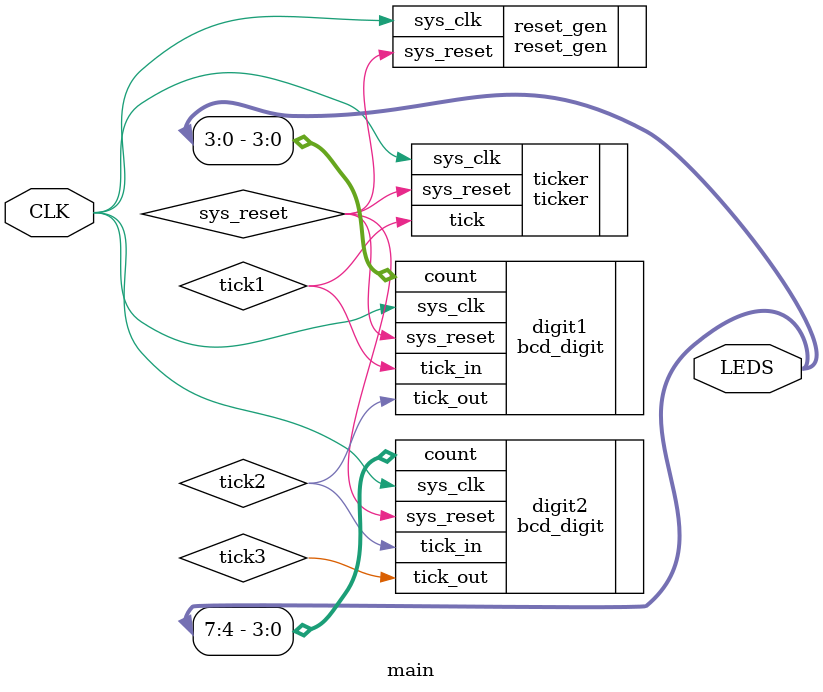
<source format=sv>

module main #(
    // The dividing factor to reach 1 hz from 12Mhz clock. By defining
    // it as a parameter we can reduce it in testbench simulations.
    parameter integer DIV = 12000000
) (
    input  logic       CLK,  // 12MHz clock
    output logic [7:0] LEDS  // LED to blink
);

  // Global reset from the reset generator.
  wire sys_reset;

  // Cascading count ticks. 
  wire tick1;
  wire tick2;
  wire tick3;

  // Global reset generator.
  reset_gen reset_gen (
      .sys_clk  (CLK),
      .sys_reset(sys_reset)
  );

  // Timing generator. Tick is 
  ticker #(
      .DIV(DIV)
  ) ticker (
      .sys_clk(CLK),
      .sys_reset(sys_reset),
      .tick(tick1)
  );

  // The units digit counter.
  bcd_digit digit1 (
      .sys_clk(CLK),
      .sys_reset(sys_reset),
      .tick_in(tick1),
      .tick_out(tick2),
      .count(LEDS[3:0])
  );

  // The tens digit counter.
  bcd_digit digit2 (
      .sys_clk(CLK),
      .sys_reset(sys_reset),
      .tick_in(tick2),
      .tick_out(tick3),
      .count(LEDS[7:4])
  );




endmodule



</source>
